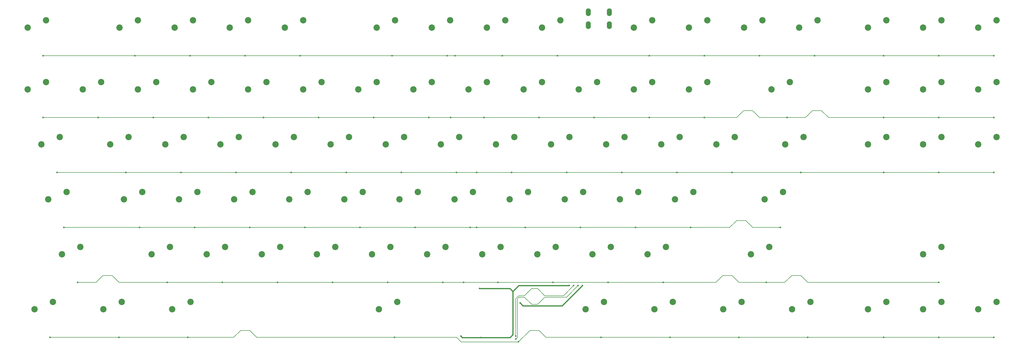
<source format=gbr>
%TF.GenerationSoftware,KiCad,Pcbnew,8.0.5*%
%TF.CreationDate,2024-09-22T14:43:58-07:00*%
%TF.ProjectId,keyboard_pcb,6b657962-6f61-4726-945f-7063622e6b69,rev?*%
%TF.SameCoordinates,Original*%
%TF.FileFunction,Copper,L1,Top*%
%TF.FilePolarity,Positive*%
%FSLAX46Y46*%
G04 Gerber Fmt 4.6, Leading zero omitted, Abs format (unit mm)*
G04 Created by KiCad (PCBNEW 8.0.5) date 2024-09-22 14:43:58*
%MOMM*%
%LPD*%
G01*
G04 APERTURE LIST*
%TA.AperFunction,ComponentPad*%
%ADD10C,2.200000*%
%TD*%
%TA.AperFunction,ComponentPad*%
%ADD11O,1.700000X2.700000*%
%TD*%
%TA.AperFunction,ViaPad*%
%ADD12C,0.600000*%
%TD*%
%TA.AperFunction,Conductor*%
%ADD13C,0.381000*%
%TD*%
%TA.AperFunction,Conductor*%
%ADD14C,0.200000*%
%TD*%
G04 APERTURE END LIST*
D10*
%TO.P,SW83,1,COL*%
%TO.N,COL12*%
X289083750Y-190182500D03*
%TO.P,SW83,2,ROW*%
%TO.N,Net-(D83-A)*%
X282733750Y-192722500D03*
%TD*%
%TO.P,SW11,1,COL*%
%TO.N,COL11*%
X277177500Y-92551250D03*
%TO.P,SW11,2,ROW*%
%TO.N,Net-(D11-A)*%
X270827500Y-95091250D03*
%TD*%
%TO.P,SW51,1,COL*%
%TO.N,COL0*%
X55721250Y-152082500D03*
%TO.P,SW51,2,ROW*%
%TO.N,Net-(D51-A)*%
X49371250Y-154622500D03*
%TD*%
%TO.P,SW15,1,COL*%
%TO.N,COL15*%
X358140000Y-92551250D03*
%TO.P,SW15,2,ROW*%
%TO.N,Net-(D15-A)*%
X351790000Y-95091250D03*
%TD*%
%TO.P,SW41,1,COL*%
%TO.N,COL7*%
X191452500Y-133032500D03*
%TO.P,SW41,2,ROW*%
%TO.N,Net-(D41-A)*%
X185102500Y-135572500D03*
%TD*%
%TO.P,SW55,1,COL*%
%TO.N,COL4*%
X139065000Y-152082500D03*
%TO.P,SW55,2,ROW*%
%TO.N,Net-(D55-A)*%
X132715000Y-154622500D03*
%TD*%
%TO.P,SW73,1,COL*%
%TO.N,COL10*%
X243840000Y-171132500D03*
%TO.P,SW73,2,ROW*%
%TO.N,Net-(D73-A)*%
X237490000Y-173672500D03*
%TD*%
%TO.P,SW79,1,COL*%
%TO.N,COL2*%
X98583750Y-190182500D03*
%TO.P,SW79,2,ROW*%
%TO.N,Net-(D79-A)*%
X92233750Y-192722500D03*
%TD*%
%TO.P,SW28,1,COL*%
%TO.N,COL11*%
X258127500Y-113982500D03*
%TO.P,SW28,2,ROW*%
%TO.N,Net-(D28-A)*%
X251777500Y-116522500D03*
%TD*%
%TO.P,SW71,1,COL*%
%TO.N,COL8*%
X205740000Y-171132500D03*
%TO.P,SW71,2,ROW*%
%TO.N,Net-(D71-A)*%
X199390000Y-173672500D03*
%TD*%
%TO.P,SW33,1,COL*%
%TO.N,COL16*%
X377190000Y-113982500D03*
%TO.P,SW33,2,ROW*%
%TO.N,Net-(D33-A)*%
X370840000Y-116522500D03*
%TD*%
%TO.P,SW5,1,COL*%
%TO.N,COL5*%
X137477500Y-92551250D03*
%TO.P,SW5,2,ROW*%
%TO.N,Net-(D5-A)*%
X131127500Y-95091250D03*
%TD*%
%TO.P,SW82,1,COL*%
%TO.N,COL11*%
X265271250Y-190182500D03*
%TO.P,SW82,2,ROW*%
%TO.N,Net-(D82-A)*%
X258921250Y-192722500D03*
%TD*%
%TO.P,SW8,1,COL*%
%TO.N,COL8*%
X207327500Y-92551250D03*
%TO.P,SW8,2,ROW*%
%TO.N,Net-(D8-A)*%
X200977500Y-95091250D03*
%TD*%
%TO.P,SW86,1,COL*%
%TO.N,COL15*%
X358140000Y-190182500D03*
%TO.P,SW86,2,ROW*%
%TO.N,Net-(D86-A)*%
X351790000Y-192722500D03*
%TD*%
%TO.P,SW31,1,COL*%
%TO.N,COL14*%
X339090000Y-113982500D03*
%TO.P,SW31,2,ROW*%
%TO.N,Net-(D31-A)*%
X332740000Y-116522500D03*
%TD*%
%TO.P,SW72,1,COL*%
%TO.N,COL9*%
X224790000Y-171132500D03*
%TO.P,SW72,2,ROW*%
%TO.N,Net-(D72-A)*%
X218440000Y-173672500D03*
%TD*%
%TO.P,SW70,1,COL*%
%TO.N,COL7*%
X186690000Y-171132500D03*
%TO.P,SW70,2,ROW*%
%TO.N,Net-(D70-A)*%
X180340000Y-173672500D03*
%TD*%
%TO.P,SW58,1,COL*%
%TO.N,COL7*%
X196215000Y-152082500D03*
%TO.P,SW58,2,ROW*%
%TO.N,Net-(D58-A)*%
X189865000Y-154622500D03*
%TD*%
%TO.P,SW26,1,COL*%
%TO.N,COL9*%
X220027500Y-113982500D03*
%TO.P,SW26,2,ROW*%
%TO.N,Net-(D26-A)*%
X213677500Y-116522500D03*
%TD*%
%TO.P,SW78,1,COL*%
%TO.N,COL1*%
X74771250Y-190182500D03*
%TO.P,SW78,2,ROW*%
%TO.N,Net-(D78-A)*%
X68421250Y-192722500D03*
%TD*%
%TO.P,SW87,1,COL*%
%TO.N,COL16*%
X377190000Y-190182500D03*
%TO.P,SW87,2,ROW*%
%TO.N,Net-(D87-A)*%
X370840000Y-192722500D03*
%TD*%
%TO.P,SW10,1,COL*%
%TO.N,COL10*%
X258127500Y-92551250D03*
%TO.P,SW10,2,ROW*%
%TO.N,Net-(D10-A)*%
X251777500Y-95091250D03*
%TD*%
%TO.P,SW19,1,COL*%
%TO.N,COL2*%
X86677500Y-113982500D03*
%TO.P,SW19,2,ROW*%
%TO.N,Net-(D19-A)*%
X80327500Y-116522500D03*
%TD*%
%TO.P,SW67,1,COL*%
%TO.N,COL4*%
X129540000Y-171132500D03*
%TO.P,SW67,2,ROW*%
%TO.N,Net-(D67-A)*%
X123190000Y-173672500D03*
%TD*%
%TO.P,SW35,1,COL*%
%TO.N,COL1*%
X77152500Y-133032500D03*
%TO.P,SW35,2,ROW*%
%TO.N,Net-(D35-A)*%
X70802500Y-135572500D03*
%TD*%
%TO.P,SW16,1,COL*%
%TO.N,COL16*%
X377190000Y-92551250D03*
%TO.P,SW16,2,ROW*%
%TO.N,Net-(D16-A)*%
X370840000Y-95091250D03*
%TD*%
%TO.P,SW36,1,COL*%
%TO.N,COL2*%
X96202500Y-133032500D03*
%TO.P,SW36,2,ROW*%
%TO.N,Net-(D36-A)*%
X89852500Y-135572500D03*
%TD*%
%TO.P,SW81,1,COL*%
%TO.N,COL10*%
X241458750Y-190182500D03*
%TO.P,SW81,2,ROW*%
%TO.N,Net-(D81-A)*%
X235108750Y-192722500D03*
%TD*%
%TO.P,SW12,1,COL*%
%TO.N,COL12*%
X296227500Y-92551250D03*
%TO.P,SW12,2,ROW*%
%TO.N,Net-(D12-A)*%
X289877500Y-95091250D03*
%TD*%
%TO.P,SW14,1,COL*%
%TO.N,COL14*%
X339090000Y-92551250D03*
%TO.P,SW14,2,ROW*%
%TO.N,Net-(D14-A)*%
X332740000Y-95091250D03*
%TD*%
%TO.P,SW34,1,COL*%
%TO.N,COL0*%
X53340000Y-133032500D03*
%TO.P,SW34,2,ROW*%
%TO.N,Net-(D34-A)*%
X46990000Y-135572500D03*
%TD*%
%TO.P,SW3,1,COL*%
%TO.N,COL3*%
X99377500Y-92551250D03*
%TO.P,SW3,2,ROW*%
%TO.N,Net-(D3-A)*%
X93027500Y-95091250D03*
%TD*%
%TO.P,SW18,1,COL*%
%TO.N,COL1*%
X67627500Y-113982500D03*
%TO.P,SW18,2,ROW*%
%TO.N,Net-(D18-A)*%
X61277500Y-116522500D03*
%TD*%
%TO.P,SW68,1,COL*%
%TO.N,COL5*%
X148590000Y-171132500D03*
%TO.P,SW68,2,ROW*%
%TO.N,Net-(D68-A)*%
X142240000Y-173672500D03*
%TD*%
%TO.P,SW52,1,COL*%
%TO.N,COL1*%
X81915000Y-152082500D03*
%TO.P,SW52,2,ROW*%
%TO.N,Net-(D52-A)*%
X75565000Y-154622500D03*
%TD*%
%TO.P,SW29,1,COL*%
%TO.N,COL12*%
X277177500Y-113982500D03*
%TO.P,SW29,2,ROW*%
%TO.N,Net-(D29-A)*%
X270827500Y-116522500D03*
%TD*%
%TO.P,SW54,1,COL*%
%TO.N,COL3*%
X120015000Y-152082500D03*
%TO.P,SW54,2,ROW*%
%TO.N,Net-(D54-A)*%
X113665000Y-154622500D03*
%TD*%
%TO.P,SW43,1,COL*%
%TO.N,COL9*%
X229552500Y-133032500D03*
%TO.P,SW43,2,ROW*%
%TO.N,Net-(D43-A)*%
X223202500Y-135572500D03*
%TD*%
%TO.P,SW44,1,COL*%
%TO.N,COL10*%
X248602500Y-133032500D03*
%TO.P,SW44,2,ROW*%
%TO.N,Net-(D44-A)*%
X242252500Y-135572500D03*
%TD*%
%TO.P,SW84,1,COL*%
%TO.N,COL13*%
X312896250Y-190182500D03*
%TO.P,SW84,2,ROW*%
%TO.N,Net-(D84-A)*%
X306546250Y-192722500D03*
%TD*%
%TO.P,SW56,1,COL*%
%TO.N,COL5*%
X158115000Y-152082500D03*
%TO.P,SW56,2,ROW*%
%TO.N,Net-(D56-A)*%
X151765000Y-154622500D03*
%TD*%
%TO.P,SW65,1,COL*%
%TO.N,COL2*%
X91440000Y-171132500D03*
%TO.P,SW65,2,ROW*%
%TO.N,Net-(D65-A)*%
X85090000Y-173672500D03*
%TD*%
%TO.P,SW60,1,COL*%
%TO.N,COL9*%
X234315000Y-152082500D03*
%TO.P,SW60,2,ROW*%
%TO.N,Net-(D60-A)*%
X227965000Y-154622500D03*
%TD*%
%TO.P,SW59,1,COL*%
%TO.N,COL8*%
X215265000Y-152082500D03*
%TO.P,SW59,2,ROW*%
%TO.N,Net-(D59-A)*%
X208915000Y-154622500D03*
%TD*%
%TO.P,SW80,1,COL*%
%TO.N,COL6*%
X170021250Y-190182500D03*
%TO.P,SW80,2,ROW*%
%TO.N,Net-(D80-A)*%
X163671250Y-192722500D03*
%TD*%
%TO.P,SW27,1,COL*%
%TO.N,COL10*%
X239077500Y-113982500D03*
%TO.P,SW27,2,ROW*%
%TO.N,Net-(D27-A)*%
X232727500Y-116522500D03*
%TD*%
%TO.P,SW40,1,COL*%
%TO.N,COL6*%
X172402500Y-133032500D03*
%TO.P,SW40,2,ROW*%
%TO.N,Net-(D40-A)*%
X166052500Y-135572500D03*
%TD*%
%TO.P,SW25,1,COL*%
%TO.N,COL8*%
X200977500Y-113982500D03*
%TO.P,SW25,2,ROW*%
%TO.N,Net-(D25-A)*%
X194627500Y-116522500D03*
%TD*%
%TO.P,SW21,1,COL*%
%TO.N,COL4*%
X124777500Y-113982500D03*
%TO.P,SW21,2,ROW*%
%TO.N,Net-(D21-A)*%
X118427500Y-116522500D03*
%TD*%
%TO.P,SW7,1,COL*%
%TO.N,COL7*%
X188277500Y-92551250D03*
%TO.P,SW7,2,ROW*%
%TO.N,Net-(D7-A)*%
X181927500Y-95091250D03*
%TD*%
%TO.P,SW46,1,COL*%
%TO.N,COL12*%
X286702500Y-133032500D03*
%TO.P,SW46,2,ROW*%
%TO.N,Net-(D46-A)*%
X280352500Y-135572500D03*
%TD*%
%TO.P,SW63,1,COL*%
%TO.N,COL13*%
X303371250Y-152082500D03*
%TO.P,SW63,2,ROW*%
%TO.N,Net-(D63-A)*%
X297021250Y-154622500D03*
%TD*%
%TO.P,SW49,1,COL*%
%TO.N,COL15*%
X358140000Y-133032500D03*
%TO.P,SW49,2,ROW*%
%TO.N,Net-(D49-A)*%
X351790000Y-135572500D03*
%TD*%
%TO.P,SW6,1,COL*%
%TO.N,COL6*%
X169227500Y-92551250D03*
%TO.P,SW6,2,ROW*%
%TO.N,Net-(D6-A)*%
X162877500Y-95091250D03*
%TD*%
%TO.P,SW30,1,COL*%
%TO.N,COL13*%
X305752500Y-113982500D03*
%TO.P,SW30,2,ROW*%
%TO.N,Net-(D30-A)*%
X299402500Y-116522500D03*
%TD*%
%TO.P,SW50,1,COL*%
%TO.N,COL16*%
X377190000Y-133032500D03*
%TO.P,SW50,2,ROW*%
%TO.N,Net-(D50-A)*%
X370840000Y-135572500D03*
%TD*%
%TO.P,SW45,1,COL*%
%TO.N,COL11*%
X267652500Y-133032500D03*
%TO.P,SW45,2,ROW*%
%TO.N,Net-(D45-A)*%
X261302500Y-135572500D03*
%TD*%
%TO.P,SW20,1,COL*%
%TO.N,COL3*%
X105727500Y-113982500D03*
%TO.P,SW20,2,ROW*%
%TO.N,Net-(D20-A)*%
X99377500Y-116522500D03*
%TD*%
%TO.P,SW61,1,COL*%
%TO.N,COL10*%
X253365000Y-152082500D03*
%TO.P,SW61,2,ROW*%
%TO.N,Net-(D61-A)*%
X247015000Y-154622500D03*
%TD*%
%TO.P,SW75,1,COL*%
%TO.N,COL13*%
X298608750Y-171132500D03*
%TO.P,SW75,2,ROW*%
%TO.N,Net-(D75-A)*%
X292258750Y-173672500D03*
%TD*%
%TO.P,SW42,1,COL*%
%TO.N,COL8*%
X210502500Y-133032500D03*
%TO.P,SW42,2,ROW*%
%TO.N,Net-(D42-A)*%
X204152500Y-135572500D03*
%TD*%
%TO.P,SW62,1,COL*%
%TO.N,COL11*%
X272415000Y-152082500D03*
%TO.P,SW62,2,ROW*%
%TO.N,Net-(D62-A)*%
X266065000Y-154622500D03*
%TD*%
%TO.P,SW17,1,COL*%
%TO.N,COL0*%
X48577500Y-113982500D03*
%TO.P,SW17,2,ROW*%
%TO.N,Net-(D17-A)*%
X42227500Y-116522500D03*
%TD*%
%TO.P,SW47,1,COL*%
%TO.N,COL13*%
X310515000Y-133032500D03*
%TO.P,SW47,2,ROW*%
%TO.N,Net-(D47-A)*%
X304165000Y-135572500D03*
%TD*%
%TO.P,SW1,1,COL*%
%TO.N,COL0*%
X48577500Y-92551250D03*
%TO.P,SW1,2,ROW*%
%TO.N,Net-(D1-A)*%
X42227500Y-95091250D03*
%TD*%
%TO.P,SW37,1,COL*%
%TO.N,COL3*%
X115252500Y-133032500D03*
%TO.P,SW37,2,ROW*%
%TO.N,Net-(D37-A)*%
X108902500Y-135572500D03*
%TD*%
%TO.P,SW24,1,COL*%
%TO.N,COL7*%
X181927500Y-113982500D03*
%TO.P,SW24,2,ROW*%
%TO.N,Net-(D24-A)*%
X175577500Y-116522500D03*
%TD*%
%TO.P,SW32,1,COL*%
%TO.N,COL15*%
X358140000Y-113982500D03*
%TO.P,SW32,2,ROW*%
%TO.N,Net-(D32-A)*%
X351790000Y-116522500D03*
%TD*%
%TO.P,SW2,1,COL*%
%TO.N,COL2*%
X80327500Y-92551250D03*
%TO.P,SW2,2,ROW*%
%TO.N,Net-(D2-A)*%
X73977500Y-95091250D03*
%TD*%
%TO.P,SW76,1,COL*%
%TO.N,COL15*%
X358140000Y-171132500D03*
%TO.P,SW76,2,ROW*%
%TO.N,Net-(D76-A)*%
X351790000Y-173672500D03*
%TD*%
%TO.P,SW69,1,COL*%
%TO.N,COL6*%
X167640000Y-171132500D03*
%TO.P,SW69,2,ROW*%
%TO.N,Net-(D69-A)*%
X161290000Y-173672500D03*
%TD*%
%TO.P,SW39,1,COL*%
%TO.N,COL5*%
X153352500Y-133032500D03*
%TO.P,SW39,2,ROW*%
%TO.N,Net-(D39-A)*%
X147002500Y-135572500D03*
%TD*%
%TO.P,SW48,1,COL*%
%TO.N,COL14*%
X339090000Y-133032500D03*
%TO.P,SW48,2,ROW*%
%TO.N,Net-(D48-A)*%
X332740000Y-135572500D03*
%TD*%
%TO.P,SW57,1,COL*%
%TO.N,COL6*%
X177165000Y-152082500D03*
%TO.P,SW57,2,ROW*%
%TO.N,Net-(D57-A)*%
X170815000Y-154622500D03*
%TD*%
%TO.P,SW77,1,COL*%
%TO.N,COL0*%
X50958750Y-190182500D03*
%TO.P,SW77,2,ROW*%
%TO.N,Net-(D77-A)*%
X44608750Y-192722500D03*
%TD*%
%TO.P,SW38,1,COL*%
%TO.N,COL4*%
X134302500Y-133032500D03*
%TO.P,SW38,2,ROW*%
%TO.N,Net-(D38-A)*%
X127952500Y-135572500D03*
%TD*%
%TO.P,SW9,1,COL*%
%TO.N,COL9*%
X226377500Y-92551250D03*
%TO.P,SW9,2,ROW*%
%TO.N,Net-(D9-A)*%
X220027500Y-95091250D03*
%TD*%
%TO.P,SW23,1,COL*%
%TO.N,COL6*%
X162877500Y-113982500D03*
%TO.P,SW23,2,ROW*%
%TO.N,Net-(D23-A)*%
X156527500Y-116522500D03*
%TD*%
%TO.P,SW13,1,COL*%
%TO.N,COL13*%
X315277500Y-92551250D03*
%TO.P,SW13,2,ROW*%
%TO.N,Net-(D13-A)*%
X308927500Y-95091250D03*
%TD*%
%TO.P,SW53,1,COL*%
%TO.N,COL2*%
X100965000Y-152082500D03*
%TO.P,SW53,2,ROW*%
%TO.N,Net-(D53-A)*%
X94615000Y-154622500D03*
%TD*%
%TO.P,SW64,1,COL*%
%TO.N,COL0*%
X60483750Y-171132500D03*
%TO.P,SW64,2,ROW*%
%TO.N,Net-(D64-A)*%
X54133750Y-173672500D03*
%TD*%
%TO.P,SW85,1,COL*%
%TO.N,COL14*%
X339090000Y-190182500D03*
%TO.P,SW85,2,ROW*%
%TO.N,Net-(D85-A)*%
X332740000Y-192722500D03*
%TD*%
%TO.P,SW22,1,COL*%
%TO.N,COL5*%
X143827500Y-113982500D03*
%TO.P,SW22,2,ROW*%
%TO.N,Net-(D22-A)*%
X137477500Y-116522500D03*
%TD*%
%TO.P,SW66,1,COL*%
%TO.N,COL3*%
X110490000Y-171132500D03*
%TO.P,SW66,2,ROW*%
%TO.N,Net-(D66-A)*%
X104140000Y-173672500D03*
%TD*%
%TO.P,SW4,1,COL*%
%TO.N,COL4*%
X118427500Y-92551250D03*
%TO.P,SW4,2,ROW*%
%TO.N,Net-(D4-A)*%
X112077500Y-95091250D03*
%TD*%
%TO.P,SW74,1,COL*%
%TO.N,COL11*%
X262890000Y-171132500D03*
%TO.P,SW74,2,ROW*%
%TO.N,Net-(D74-A)*%
X256540000Y-173672500D03*
%TD*%
D11*
%TO.P,USB1,6,SHIELD*%
%TO.N,unconnected-(USB1-SHIELD-Pad6)_1*%
X243362500Y-89693750D03*
%TO.N,unconnected-(USB1-SHIELD-Pad6)_2*%
X236062500Y-89693750D03*
%TO.N,unconnected-(USB1-SHIELD-Pad6)*%
X243362500Y-94193750D03*
%TO.N,unconnected-(USB1-SHIELD-Pad6)_3*%
X236062500Y-94193750D03*
%TD*%
D12*
%TO.N,GND*%
X212500000Y-190500000D03*
X234000000Y-184500000D03*
%TO.N,+5V*%
X198500000Y-185500000D03*
X229500000Y-184500000D03*
X210000000Y-201500000D03*
X210000000Y-186500000D03*
X192000000Y-202000000D03*
X199000000Y-202500000D03*
%TO.N,ROW0*%
X117475000Y-104775000D03*
X187325000Y-104775000D03*
X225425000Y-104775000D03*
X190000000Y-104775000D03*
X314325000Y-104775000D03*
X376237500Y-104775000D03*
X357187500Y-104775000D03*
X168275000Y-104775000D03*
X295275000Y-104775000D03*
X206375000Y-104775000D03*
X98425000Y-104775000D03*
X338137500Y-104775000D03*
X79375000Y-104775000D03*
X257175000Y-104775000D03*
X276225000Y-104775000D03*
X47625000Y-104775000D03*
X136525000Y-104775000D03*
%TO.N,ROW1*%
X85725000Y-126206250D03*
X142875000Y-126206250D03*
X123825000Y-126206250D03*
X104775000Y-126206250D03*
X47625000Y-126206250D03*
X338137500Y-126206250D03*
X376237500Y-126206250D03*
X180975000Y-126206250D03*
X188500000Y-126206250D03*
X276225000Y-126206250D03*
X66675000Y-126206250D03*
X357187500Y-126206250D03*
X257175000Y-126206250D03*
X161925000Y-126206250D03*
X304800000Y-126206250D03*
X238125000Y-126206250D03*
X200025000Y-126206250D03*
X219075000Y-126206250D03*
%TO.N,ROW2*%
X52387500Y-145256250D03*
X171450000Y-145256250D03*
X152400000Y-145256250D03*
X76200000Y-145256250D03*
X376237500Y-145256250D03*
X114300000Y-145256250D03*
X285750000Y-145256250D03*
X266700000Y-145256250D03*
X247650000Y-145256250D03*
X95250000Y-145256250D03*
X197500000Y-145256250D03*
X338137500Y-145256250D03*
X309562500Y-145256250D03*
X357187500Y-145256250D03*
X228600000Y-145256250D03*
X209550000Y-145256250D03*
X190500000Y-145256250D03*
X133350000Y-145256250D03*
%TO.N,ROW3*%
X119062500Y-164306250D03*
X54768750Y-164306250D03*
X252412500Y-164306250D03*
X271462500Y-164306250D03*
X80962500Y-164306250D03*
X233362500Y-164306250D03*
X214312500Y-164306250D03*
X100012500Y-164306250D03*
X138112500Y-164306250D03*
X176212500Y-164306250D03*
X197500000Y-164306250D03*
X302418750Y-164306250D03*
X157162500Y-164306250D03*
X195262500Y-164306250D03*
%TO.N,ROW4*%
X128587500Y-183356250D03*
X59531250Y-183356250D03*
X223837500Y-183356250D03*
X147637500Y-183356250D03*
X261937500Y-183356250D03*
X204787500Y-183356250D03*
X109537500Y-183356250D03*
X297656250Y-183356250D03*
X166687500Y-183356250D03*
X90487500Y-183356250D03*
X185737500Y-183356250D03*
X357187500Y-183356250D03*
X242887500Y-183356250D03*
X193000000Y-183356250D03*
%TO.N,ROW5*%
X211962500Y-203962500D03*
X288131250Y-202406250D03*
X357187500Y-202406250D03*
X311943750Y-202406250D03*
X240506250Y-202406250D03*
X264318750Y-202406250D03*
X50006250Y-202406250D03*
X97631250Y-202406250D03*
X338137500Y-202406250D03*
X376237500Y-202406250D03*
X169068750Y-202406250D03*
X73818750Y-202406250D03*
%TO.N,Net-(U1-D+)*%
X211000000Y-203000000D03*
X232500000Y-184500000D03*
%TO.N,Net-(U1-D-)*%
X231000000Y-184500000D03*
X211000000Y-202000000D03*
%TD*%
D13*
%TO.N,GND*%
X234000000Y-184500000D02*
X227000000Y-191500000D01*
X213500000Y-191500000D02*
X212500000Y-190500000D01*
X227000000Y-191500000D02*
X213500000Y-191500000D01*
%TO.N,+5V*%
X192500000Y-202500000D02*
X192000000Y-202000000D01*
X198500000Y-185500000D02*
X209000000Y-185500000D01*
X210000000Y-201500000D02*
X209000000Y-202500000D01*
X229500000Y-184500000D02*
X212000000Y-184500000D01*
X210000000Y-186500000D02*
X210000000Y-201500000D01*
X209000000Y-202500000D02*
X199000000Y-202500000D01*
X212000000Y-184500000D02*
X210000000Y-186500000D01*
X209000000Y-185500000D02*
X210000000Y-186500000D01*
X199000000Y-202500000D02*
X192500000Y-202500000D01*
D14*
%TO.N,ROW0*%
X190000000Y-104775000D02*
X376237500Y-104775000D01*
X47625000Y-104775000D02*
X190000000Y-104775000D01*
%TO.N,ROW1*%
X47625000Y-126206250D02*
X188500000Y-126206250D01*
X189000000Y-126206250D02*
X276225000Y-126206250D01*
X316706250Y-123825000D02*
X319087500Y-126206250D01*
X289718750Y-123825000D02*
X292893750Y-123825000D01*
X295275000Y-126206250D02*
X304800000Y-126206250D01*
X313531250Y-123825000D02*
X316706250Y-123825000D01*
X319087500Y-126206250D02*
X338137500Y-126206250D01*
X311150000Y-126206250D02*
X313531250Y-123825000D01*
X304800000Y-126206250D02*
X311150000Y-126206250D01*
X276225000Y-126206250D02*
X287337500Y-126206250D01*
X188500000Y-126206250D02*
X189000000Y-126206250D01*
X292893750Y-123825000D02*
X295275000Y-126206250D01*
X338137500Y-126206250D02*
X376237500Y-126206250D01*
X287337500Y-126206250D02*
X289718750Y-123825000D01*
%TO.N,ROW2*%
X52387500Y-145256250D02*
X197500000Y-145256250D01*
X197500000Y-145256250D02*
X376237500Y-145256250D01*
%TO.N,ROW3*%
X292893750Y-164306250D02*
X302418750Y-164306250D01*
X271462500Y-164306250D02*
X284956250Y-164306250D01*
X284956250Y-164306250D02*
X287337500Y-161925000D01*
X54768750Y-164306250D02*
X197500000Y-164306250D01*
X290512500Y-161925000D02*
X292893750Y-164306250D01*
X287337500Y-161925000D02*
X290512500Y-161925000D01*
X197500000Y-164306250D02*
X271462500Y-164306250D01*
%TO.N,ROW4*%
X261937500Y-183356250D02*
X280193750Y-183356250D01*
X306387500Y-180975000D02*
X309562500Y-180975000D01*
X285750000Y-180975000D02*
X288131250Y-183356250D01*
X90487500Y-183356250D02*
X193000000Y-183356250D01*
X309562500Y-180975000D02*
X311943750Y-183356250D01*
X68262500Y-180975000D02*
X71437500Y-180975000D01*
X280193750Y-183356250D02*
X282575000Y-180975000D01*
X304006250Y-183356250D02*
X306387500Y-180975000D01*
X193000000Y-183356250D02*
X261937500Y-183356250D01*
X288131250Y-183356250D02*
X297656250Y-183356250D01*
X59531250Y-183356250D02*
X65881250Y-183356250D01*
X71437500Y-180975000D02*
X73818750Y-183356250D01*
X297656250Y-183356250D02*
X304006250Y-183356250D01*
X73818750Y-183356250D02*
X90487500Y-183356250D01*
X65881250Y-183356250D02*
X68262500Y-180975000D01*
X282575000Y-180975000D02*
X285750000Y-180975000D01*
X311943750Y-183356250D02*
X357187500Y-183356250D01*
%TO.N,ROW5*%
X115887500Y-200025000D02*
X119062500Y-200025000D01*
X97631250Y-202406250D02*
X113506250Y-202406250D01*
X221456250Y-202406250D02*
X240506250Y-202406250D01*
X50006250Y-202406250D02*
X97631250Y-202406250D01*
X211962500Y-203962500D02*
X215900000Y-200025000D01*
X169068750Y-202406250D02*
X190500000Y-202406250D01*
X190500000Y-202406250D02*
X192087500Y-203993750D01*
X219075000Y-200025000D02*
X221456250Y-202406250D01*
X192087500Y-203993750D02*
X211931250Y-203993750D01*
X240506250Y-202406250D02*
X376237500Y-202406250D01*
X215900000Y-200025000D02*
X219075000Y-200025000D01*
X119062500Y-200025000D02*
X121443750Y-202406250D01*
X121443750Y-202406250D02*
X169068750Y-202406250D01*
X113506250Y-202406250D02*
X115887500Y-200025000D01*
X211931250Y-203993750D02*
X211962500Y-203962500D01*
%TO.N,Net-(U1-D+)*%
X214000000Y-188500000D02*
X212065686Y-188500000D01*
X221000000Y-188500000D02*
X218500000Y-191000000D01*
X228500000Y-188500000D02*
X221000000Y-188500000D01*
X232500000Y-184500000D02*
X228500000Y-188500000D01*
X216500000Y-191000000D02*
X214000000Y-188500000D01*
X211600000Y-188965686D02*
X211600000Y-202400000D01*
X211600000Y-202400000D02*
X211000000Y-203000000D01*
X218500000Y-191000000D02*
X216500000Y-191000000D01*
X212065686Y-188500000D02*
X211600000Y-188965686D01*
%TO.N,Net-(U1-D-)*%
X212000000Y-188000000D02*
X211000000Y-189000000D01*
X221000000Y-188000000D02*
X218500000Y-185500000D01*
X216500000Y-185500000D02*
X214000000Y-188000000D01*
X214000000Y-188000000D02*
X212000000Y-188000000D01*
X211000000Y-189000000D02*
X211000000Y-202000000D01*
X231000000Y-184500000D02*
X227500000Y-188000000D01*
X218500000Y-185500000D02*
X216500000Y-185500000D01*
X227500000Y-188000000D02*
X221000000Y-188000000D01*
%TD*%
M02*

</source>
